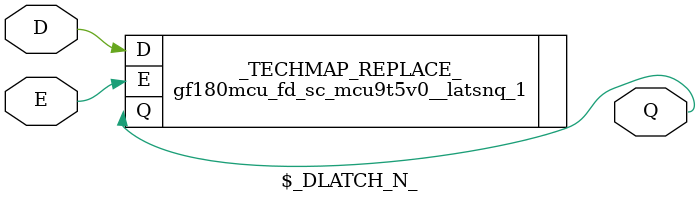
<source format=v>
module $_DLATCH_P_(input E, input D, output Q);
    gf180mcu_fd_sc_mcu9t5v0__latq_1 _TECHMAP_REPLACE_ (
        .D(D),
        .E(E),
        .Q(Q)
        );
endmodule

module $_DLATCH_N_(input E, input D, output Q);
    gf180mcu_fd_sc_mcu9t5v0__latsnq_1 _TECHMAP_REPLACE_ (
        .D(D),
        .E(E),
        .Q(Q)
        );
endmodule

</source>
